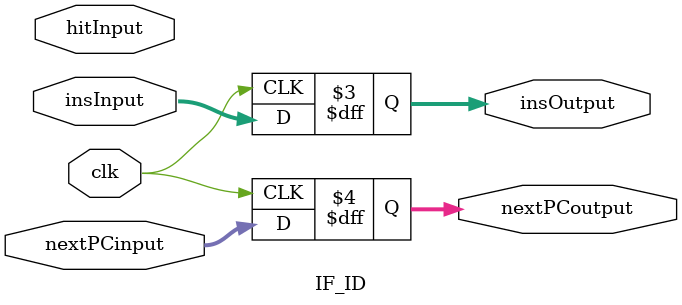
<source format=v>
`timescale 1ns / 1ps
module IF_ID(input [31:0] insInput , input hitInput , input clk , input [31:0] nextPCinput ,  output reg [31:0] insOutput , output reg [31:0] nextPCoutput);
	
	initial begin
		insOutput = 32'bX;
	end
	//--------------------------------------------------------------------------------------------
	always @(negedge clk) begin
		insOutput = insInput;
		nextPCoutput = nextPCinput;
	end
endmodule

</source>
